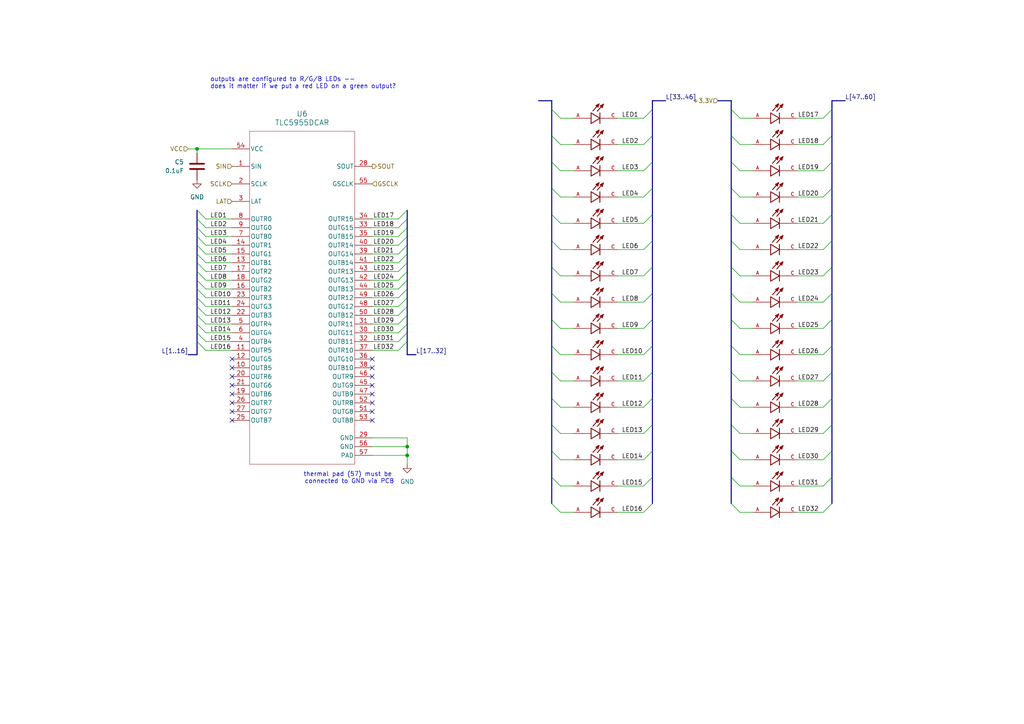
<source format=kicad_sch>
(kicad_sch (version 20231120) (generator "eeschema") (generator_version "8.0")
  (paper "A4")
  (lib_symbols
    (symbol "Device:C" (pin_numbers hide) (pin_names (offset 0.254))
      (property "Reference" "C" (at 0.635 2.54 0))
      (property "Value" "C" (at 0.635 -2.54 0))
      (symbol "C_0_1"
        (polyline (pts (xy -2.032 -0.762) (xy 2.032 -0.762)) (stroke (width 0.508)))
        (polyline (pts (xy -2.032 0.762) (xy 2.032 0.762)) (stroke (width 0.508)))
      )
      (symbol "C_1_1"
        (pin passive line (at 0 3.81 270) (length 2.794) (name "~") (number "1"))
        (pin passive line (at 0 -3.81 90) (length 2.794) (name "~") (number "2"))
      )
    )
    (symbol "LED 0603:LTST-C191KFKT" (pin_names (offset 1.016))
      (property "Reference" "D" (at -3.556 4.4958 0))
      (property "Value" "LTST-C191KFKT" (at -3.556 -3.302 0))
      (symbol "LTST-C191KFKT_0_0"
        (polyline (pts (xy -2.54 -1.524) (xy 0 0)) (stroke (width 0.254)))
        (polyline (pts (xy -2.54 0) (xy -5.08 0)) (stroke (width 0.1524)))
        (polyline (pts (xy -2.54 0) (xy -2.54 -1.524)) (stroke (width 0.254)))
        (polyline (pts (xy -2.54 1.524) (xy -2.54 0)) (stroke (width 0.254)))
        (polyline (pts (xy -1.1176 3.683) (xy -0.2286 4.1656)) (stroke (width 0.254)))
        (polyline (pts (xy -0.9398 3.6068) (xy -0.7112 3.7592)) (stroke (width 0.254)))
        (polyline (pts (xy -0.5588 3.2004) (xy -1.1176 3.683)) (stroke (width 0.254)))
        (polyline (pts (xy -0.5588 3.2004) (xy -0.5334 3.937)) (stroke (width 0.254)))
        (polyline (pts (xy -0.5334 3.937) (xy -0.6604 3.937)) (stroke (width 0.254)))
        (polyline (pts (xy -0.2286 4.1656) (xy -2.0066 2.1336)) (stroke (width 0.254)))
        (polyline (pts (xy -0.2286 4.1656) (xy -0.5588 3.2004)) (stroke (width 0.254)))
        (polyline (pts (xy 0 0) (xy -2.54 1.524)) (stroke (width 0.254)))
        (polyline (pts (xy 0 0) (xy 0 -1.524)) (stroke (width 0.254)))
        (polyline (pts (xy 0 1.524) (xy 0 0)) (stroke (width 0.254)))
        (polyline (pts (xy 0.127 3.5814) (xy 1.016 4.064)) (stroke (width 0.254)))
        (polyline (pts (xy 0.3048 3.5052) (xy 0.5334 3.6576)) (stroke (width 0.254)))
        (polyline (pts (xy 0.6858 3.0988) (xy 0.127 3.5814)) (stroke (width 0.254)))
        (polyline (pts (xy 0.6858 3.0988) (xy 0.7112 3.8354)) (stroke (width 0.254)))
        (polyline (pts (xy 0.7112 3.8354) (xy 0.5842 3.8354)) (stroke (width 0.254)))
        (polyline (pts (xy 1.016 4.064) (xy -0.762 2.032)) (stroke (width 0.254)))
        (polyline (pts (xy 1.016 4.064) (xy 0.6858 3.0988)) (stroke (width 0.254)))
        (polyline (pts (xy 2.54 0) (xy 0 0)) (stroke (width 0.1524)))
        (pin passive line (at -7.62 0 0) (length 2.54) (name "~") (number "A"))
        (pin passive line (at 5.08 0 180) (length 2.54) (name "~") (number "C"))
      )
    )
    (symbol "TLC5955:TLC5955DCAR" (pin_names (offset 0.254))
      (property "Reference" "U" (at 0 2.54 0))
      (property "Value" "TLC5955DCAR" (at 0 0 0))
      (symbol "TLC5955DCAR_0_1"
        (polyline (pts (xy -15.24 -48.26) (xy 15.24 -48.26)) (stroke (width 0.1016)))
        (polyline (pts (xy -15.24 48.26) (xy -15.24 -48.26)) (stroke (width 0.1016)))
        (polyline (pts (xy 15.24 -48.26) (xy 15.24 48.26)) (stroke (width 0.1016)))
        (polyline (pts (xy 15.24 48.26) (xy -15.24 48.26)) (stroke (width 0.1016)))
        (pin input line (at -20.32 38.1 0) (length 5.08) (name "SIN") (number "1"))
        (pin output line (at -20.32 -20.32 0) (length 5.08) (name "OUTB5") (number "10"))
        (pin output line (at -20.32 -15.24 0) (length 5.08) (name "OUTR5") (number "11"))
        (pin output line (at -20.32 -17.78 0) (length 5.08) (name "OUTG5") (number "12"))
        (pin output line (at -20.32 10.16 0) (length 5.08) (name "OUTB1") (number "13"))
        (pin output line (at -20.32 15.24 0) (length 5.08) (name "OUTR1") (number "14"))
        (pin output line (at -20.32 12.7 0) (length 5.08) (name "OUTG1") (number "15"))
        (pin output line (at -20.32 2.54 0) (length 5.08) (name "OUTB2") (number "16"))
        (pin output line (at -20.32 7.62 0) (length 5.08) (name "OUTR2") (number "17"))
        (pin output line (at -20.32 5.08 0) (length 5.08) (name "OUTG2") (number "18"))
        (pin output line (at -20.32 -27.94 0) (length 5.08) (name "OUTB6") (number "19"))
        (pin input line (at -20.32 33.02 0) (length 5.08) (name "SCLK") (number "2"))
        (pin output line (at -20.32 -22.86 0) (length 5.08) (name "OUTR6") (number "20"))
        (pin output line (at -20.32 -25.4 0) (length 5.08) (name "OUTG6") (number "21"))
        (pin output line (at -20.32 -5.08 0) (length 5.08) (name "OUTB3") (number "22"))
        (pin output line (at -20.32 0 0) (length 5.08) (name "OUTR3") (number "23"))
        (pin output line (at -20.32 -2.54 0) (length 5.08) (name "OUTG3") (number "24"))
        (pin output line (at -20.32 -35.56 0) (length 5.08) (name "OUTB7") (number "25"))
        (pin output line (at -20.32 -30.48 0) (length 5.08) (name "OUTR7") (number "26"))
        (pin output line (at -20.32 -33.02 0) (length 5.08) (name "OUTG7") (number "27"))
        (pin output line (at 20.32 38.1 180) (length 5.08) (name "SOUT") (number "28"))
        (pin power_in line (at 20.32 -40.64 180) (length 5.08) (name "GND") (number "29"))
        (pin input line (at -20.32 27.94 0) (length 5.08) (name "LAT") (number "3"))
        (pin output line (at 20.32 -10.16 180) (length 5.08) (name "OUTG11") (number "30"))
        (pin output line (at 20.32 -7.62 180) (length 5.08) (name "OUTR11") (number "31"))
        (pin output line (at 20.32 -12.7 180) (length 5.08) (name "OUTB11") (number "32"))
        (pin output line (at 20.32 20.32 180) (length 5.08) (name "OUTG15") (number "33"))
        (pin output line (at 20.32 22.86 180) (length 5.08) (name "OUTR15") (number "34"))
        (pin output line (at 20.32 17.78 180) (length 5.08) (name "OUTB15") (number "35"))
        (pin output line (at 20.32 -17.78 180) (length 5.08) (name "OUTG10") (number "36"))
        (pin output line (at 20.32 -15.24 180) (length 5.08) (name "OUTR10") (number "37"))
        (pin output line (at 20.32 -20.32 180) (length 5.08) (name "OUTB10") (number "38"))
        (pin output line (at 20.32 12.7 180) (length 5.08) (name "OUTG14") (number "39"))
        (pin output line (at -20.32 -12.7 0) (length 5.08) (name "OUTB4") (number "4"))
        (pin output line (at 20.32 15.24 180) (length 5.08) (name "OUTR14") (number "40"))
        (pin output line (at 20.32 10.16 180) (length 5.08) (name "OUTB14") (number "41"))
        (pin output line (at 20.32 5.08 180) (length 5.08) (name "OUTG13") (number "42"))
        (pin output line (at 20.32 7.62 180) (length 5.08) (name "OUTR13") (number "43"))
        (pin output line (at 20.32 2.54 180) (length 5.08) (name "OUTB13") (number "44"))
        (pin output line (at 20.32 -25.4 180) (length 5.08) (name "OUTG9") (number "45"))
        (pin output line (at 20.32 -22.86 180) (length 5.08) (name "OUTR9") (number "46"))
        (pin output line (at 20.32 -27.94 180) (length 5.08) (name "OUTB9") (number "47"))
        (pin output line (at 20.32 -2.54 180) (length 5.08) (name "OUTG12") (number "48"))
        (pin output line (at 20.32 0 180) (length 5.08) (name "OUTR12") (number "49"))
        (pin output line (at -20.32 -7.62 0) (length 5.08) (name "OUTR4") (number "5"))
        (pin output line (at 20.32 -5.08 180) (length 5.08) (name "OUTB12") (number "50"))
        (pin output line (at 20.32 -33.02 180) (length 5.08) (name "OUTG8") (number "51"))
        (pin output line (at 20.32 -30.48 180) (length 5.08) (name "OUTR8") (number "52"))
        (pin output line (at 20.32 -35.56 180) (length 5.08) (name "OUTB8") (number "53"))
        (pin power_in line (at -20.32 43.18 0) (length 5.08) (name "VCC") (number "54"))
        (pin input line (at 20.32 33.02 180) (length 5.08) (name "GSCLK") (number "55"))
        (pin power_in line (at 20.32 -43.18 180) (length 5.08) (name "GND") (number "56"))
        (pin power_in line (at 20.32 -45.72 180) (length 5.08) (name "PAD") (number "57"))
        (pin output line (at -20.32 -10.16 0) (length 5.08) (name "OUTG4") (number "6"))
        (pin output line (at -20.32 17.78 0) (length 5.08) (name "OUTB0") (number "7"))
        (pin output line (at -20.32 22.86 0) (length 5.08) (name "OUTR0") (number "8"))
        (pin output line (at -20.32 20.32 0) (length 5.08) (name "OUTG0") (number "9"))
      )
    )
    (symbol "power:GND" (power) (pin_numbers hide) (pin_names (offset 0) hide)
      (property "Value" "GND" (at 0 -3.81 0))
      (symbol "GND_0_1"
        (polyline (pts (xy 0 0) (xy 0 -1.27) (xy 1.27 -1.27) (xy 0 -2.54) (xy -1.27 -1.27) (xy 0 -1.27)))
      )
      (symbol "GND_1_1"
        (pin power_in line (at 0 0 270) (length 0) (name "~") (number "1"))
      )
    )
  )
  (junction (at 118.11 132.08))
  (junction (at 57.15 43.18))
  (junction (at 118.11 129.54))
  (no_connect (at 67.31 104.14))
  (no_connect (at 107.95 116.84))
  (no_connect (at 107.95 121.92))
  (no_connect (at 67.31 109.22))
  (no_connect (at 67.31 114.3))
  (no_connect (at 107.95 114.3))
  (no_connect (at 67.31 106.68))
  (no_connect (at 107.95 111.76))
  (no_connect (at 67.31 121.92))
  (no_connect (at 67.31 119.38))
  (no_connect (at 107.95 119.38))
  (no_connect (at 107.95 104.14))
  (no_connect (at 107.95 109.22))
  (no_connect (at 67.31 116.84))
  (no_connect (at 107.95 106.68))
  (no_connect (at 67.31 111.76))
  (bus_entry (at 57.15 96.52) (size 2.54 2.54))
  (bus_entry (at 118.11 66.04) (size -2.54 2.54))
  (bus_entry (at 241.3 39.37) (size -2.54 2.54))
  (bus_entry (at 57.15 81.28) (size 2.54 2.54))
  (bus_entry (at 118.11 68.58) (size -2.54 2.54))
  (bus_entry (at 118.11 91.44) (size -2.54 2.54))
  (bus_entry (at 57.15 60.96) (size 2.54 2.54))
  (bus_entry (at 118.11 71.12) (size -2.54 2.54))
  (bus_entry (at 118.11 78.74) (size -2.54 2.54))
  (bus_entry (at 189.23 54.61) (size -2.54 2.54))
  (bus_entry (at 189.23 130.81) (size -2.54 2.54))
  (bus_entry (at 241.3 85.09) (size -2.54 2.54))
  (bus_entry (at 118.11 60.96) (size -2.54 2.54))
  (bus_entry (at 160.02 69.85) (size 2.54 2.54))
  (bus_entry (at 57.15 86.36) (size 2.54 2.54))
  (bus_entry (at 160.02 77.47) (size 2.54 2.54))
  (bus_entry (at 212.09 54.61) (size 2.54 2.54))
  (bus_entry (at 189.23 62.23) (size -2.54 2.54))
  (bus_entry (at 241.3 130.81) (size -2.54 2.54))
  (bus_entry (at 189.23 100.33) (size -2.54 2.54))
  (bus_entry (at 212.09 62.23) (size 2.54 2.54))
  (bus_entry (at 212.09 46.99) (size 2.54 2.54))
  (bus_entry (at 57.15 88.9) (size 2.54 2.54))
  (bus_entry (at 160.02 92.71) (size 2.54 2.54))
  (bus_entry (at 241.3 62.23) (size -2.54 2.54))
  (bus_entry (at 212.09 92.71) (size 2.54 2.54))
  (bus_entry (at 212.09 100.33) (size 2.54 2.54))
  (bus_entry (at 189.23 138.43) (size -2.54 2.54))
  (bus_entry (at 118.11 88.9) (size -2.54 2.54))
  (bus_entry (at 241.3 46.99) (size -2.54 2.54))
  (bus_entry (at 118.11 83.82) (size -2.54 2.54))
  (bus_entry (at 118.11 81.28) (size -2.54 2.54))
  (bus_entry (at 189.23 46.99) (size -2.54 2.54))
  (bus_entry (at 189.23 107.95) (size -2.54 2.54))
  (bus_entry (at 189.23 31.75) (size -2.54 2.54))
  (bus_entry (at 57.15 93.98) (size 2.54 2.54))
  (bus_entry (at 160.02 107.95) (size 2.54 2.54))
  (bus_entry (at 189.23 146.05) (size -2.54 2.54))
  (bus_entry (at 241.3 146.05) (size -2.54 2.54))
  (bus_entry (at 241.3 115.57) (size -2.54 2.54))
  (bus_entry (at 160.02 115.57) (size 2.54 2.54))
  (bus_entry (at 189.23 77.47) (size -2.54 2.54))
  (bus_entry (at 118.11 96.52) (size -2.54 2.54))
  (bus_entry (at 160.02 130.81) (size 2.54 2.54))
  (bus_entry (at 212.09 77.47) (size 2.54 2.54))
  (bus_entry (at 241.3 92.71) (size -2.54 2.54))
  (bus_entry (at 57.15 76.2) (size 2.54 2.54))
  (bus_entry (at 212.09 115.57) (size 2.54 2.54))
  (bus_entry (at 189.23 69.85) (size -2.54 2.54))
  (bus_entry (at 160.02 31.75) (size 2.54 2.54))
  (bus_entry (at 160.02 54.61) (size 2.54 2.54))
  (bus_entry (at 118.11 63.5) (size -2.54 2.54))
  (bus_entry (at 160.02 46.99) (size 2.54 2.54))
  (bus_entry (at 118.11 73.66) (size -2.54 2.54))
  (bus_entry (at 241.3 138.43) (size -2.54 2.54))
  (bus_entry (at 212.09 138.43) (size 2.54 2.54))
  (bus_entry (at 212.09 39.37) (size 2.54 2.54))
  (bus_entry (at 212.09 31.75) (size 2.54 2.54))
  (bus_entry (at 189.23 115.57) (size -2.54 2.54))
  (bus_entry (at 118.11 99.06) (size -2.54 2.54))
  (bus_entry (at 212.09 69.85) (size 2.54 2.54))
  (bus_entry (at 160.02 123.19) (size 2.54 2.54))
  (bus_entry (at 212.09 130.81) (size 2.54 2.54))
  (bus_entry (at 241.3 107.95) (size -2.54 2.54))
  (bus_entry (at 189.23 92.71) (size -2.54 2.54))
  (bus_entry (at 57.15 68.58) (size 2.54 2.54))
  (bus_entry (at 212.09 107.95) (size 2.54 2.54))
  (bus_entry (at 212.09 146.05) (size 2.54 2.54))
  (bus_entry (at 241.3 77.47) (size -2.54 2.54))
  (bus_entry (at 160.02 39.37) (size 2.54 2.54))
  (bus_entry (at 160.02 62.23) (size 2.54 2.54))
  (bus_entry (at 118.11 76.2) (size -2.54 2.54))
  (bus_entry (at 57.15 66.04) (size 2.54 2.54))
  (bus_entry (at 57.15 71.12) (size 2.54 2.54))
  (bus_entry (at 189.23 39.37) (size -2.54 2.54))
  (bus_entry (at 57.15 83.82) (size 2.54 2.54))
  (bus_entry (at 57.15 91.44) (size 2.54 2.54))
  (bus_entry (at 241.3 123.19) (size -2.54 2.54))
  (bus_entry (at 118.11 93.98) (size -2.54 2.54))
  (bus_entry (at 241.3 54.61) (size -2.54 2.54))
  (bus_entry (at 118.11 86.36) (size -2.54 2.54))
  (bus_entry (at 241.3 69.85) (size -2.54 2.54))
  (bus_entry (at 212.09 85.09) (size 2.54 2.54))
  (bus_entry (at 241.3 31.75) (size -2.54 2.54))
  (bus_entry (at 160.02 100.33) (size 2.54 2.54))
  (bus_entry (at 57.15 99.06) (size 2.54 2.54))
  (bus_entry (at 189.23 85.09) (size -2.54 2.54))
  (bus_entry (at 57.15 63.5) (size 2.54 2.54))
  (bus_entry (at 189.23 123.19) (size -2.54 2.54))
  (bus_entry (at 160.02 85.09) (size 2.54 2.54))
  (bus_entry (at 57.15 73.66) (size 2.54 2.54))
  (bus_entry (at 160.02 138.43) (size 2.54 2.54))
  (bus_entry (at 57.15 78.74) (size 2.54 2.54))
  (bus_entry (at 241.3 100.33) (size -2.54 2.54))
  (bus_entry (at 160.02 146.05) (size 2.54 2.54))
  (bus_entry (at 212.09 123.19) (size 2.54 2.54))
  (wire (pts (xy 118.11 132.08) (xy 118.11 134.62)))
  (wire (pts (xy 214.63 118.11) (xy 218.44 118.11)))
  (bus (pts (xy 241.3 130.81) (xy 241.3 138.43)))
  (bus (pts (xy 189.23 100.33) (xy 189.23 107.95)))
  (wire (pts (xy 59.69 63.5) (xy 67.31 63.5)))
  (wire (pts (xy 107.95 68.58) (xy 115.57 68.58)))
  (wire (pts (xy 179.07 148.59) (xy 186.69 148.59)))
  (bus (pts (xy 212.09 138.43) (xy 212.09 130.81)))
  (bus (pts (xy 118.11 73.66) (xy 118.11 76.2)))
  (wire (pts (xy 59.69 73.66) (xy 67.31 73.66)))
  (wire (pts (xy 214.63 80.01) (xy 218.44 80.01)))
  (wire (pts (xy 115.57 63.5) (xy 107.95 63.5)))
  (bus (pts (xy 241.3 115.57) (xy 241.3 123.19)))
  (bus (pts (xy 189.23 39.37) (xy 189.23 46.99)))
  (bus (pts (xy 241.3 92.71) (xy 241.3 100.33)))
  (bus (pts (xy 57.15 88.9) (xy 57.15 91.44)))
  (wire (pts (xy 179.07 133.35) (xy 186.69 133.35)))
  (wire (pts (xy 231.14 133.35) (xy 238.76 133.35)))
  (wire (pts (xy 118.11 129.54) (xy 118.11 132.08)))
  (bus (pts (xy 212.09 54.61) (xy 212.09 46.99)))
  (bus (pts (xy 189.23 130.81) (xy 189.23 138.43)))
  (wire (pts (xy 107.95 127) (xy 118.11 127)))
  (bus (pts (xy 118.11 76.2) (xy 118.11 78.74)))
  (wire (pts (xy 214.63 140.97) (xy 218.44 140.97)))
  (bus (pts (xy 212.09 46.99) (xy 212.09 39.37)))
  (wire (pts (xy 214.63 125.73) (xy 218.44 125.73)))
  (wire (pts (xy 107.95 96.52) (xy 115.57 96.52)))
  (wire (pts (xy 59.69 101.6) (xy 67.31 101.6)))
  (wire (pts (xy 214.63 41.91) (xy 218.44 41.91)))
  (bus (pts (xy 212.09 123.19) (xy 212.09 115.57)))
  (bus (pts (xy 160.02 77.47) (xy 160.02 69.85)))
  (bus (pts (xy 118.11 66.04) (xy 118.11 68.58)))
  (wire (pts (xy 231.14 64.77) (xy 238.76 64.77)))
  (wire (pts (xy 162.56 41.91) (xy 166.37 41.91)))
  (bus (pts (xy 57.15 68.58) (xy 57.15 71.12)))
  (bus (pts (xy 160.02 146.05) (xy 160.02 138.43)))
  (wire (pts (xy 231.14 140.97) (xy 238.76 140.97)))
  (wire (pts (xy 214.63 133.35) (xy 218.44 133.35)))
  (bus (pts (xy 120.65 102.87) (xy 118.11 102.87)))
  (bus (pts (xy 118.11 81.28) (xy 118.11 83.82)))
  (bus (pts (xy 189.23 138.43) (xy 189.23 146.05)))
  (bus (pts (xy 189.23 29.21) (xy 189.23 31.75)))
  (wire (pts (xy 59.69 96.52) (xy 67.31 96.52)))
  (bus (pts (xy 160.02 123.19) (xy 160.02 115.57)))
  (wire (pts (xy 107.95 73.66) (xy 115.57 73.66)))
  (wire (pts (xy 238.76 34.29) (xy 231.14 34.29)))
  (wire (pts (xy 214.63 72.39) (xy 218.44 72.39)))
  (wire (pts (xy 214.63 110.49) (xy 218.44 110.49)))
  (bus (pts (xy 241.3 31.75) (xy 241.3 39.37)))
  (wire (pts (xy 107.95 81.28) (xy 115.57 81.28)))
  (bus (pts (xy 160.02 31.75) (xy 160.02 29.21)))
  (bus (pts (xy 241.3 77.47) (xy 241.3 85.09)))
  (bus (pts (xy 189.23 31.75) (xy 189.23 39.37)))
  (wire (pts (xy 179.07 41.91) (xy 186.69 41.91)))
  (bus (pts (xy 189.23 54.61) (xy 189.23 62.23)))
  (wire (pts (xy 162.56 57.15) (xy 166.37 57.15)))
  (bus (pts (xy 212.09 77.47) (xy 212.09 69.85)))
  (bus (pts (xy 57.15 93.98) (xy 57.15 96.52)))
  (wire (pts (xy 107.95 66.04) (xy 115.57 66.04)))
  (bus (pts (xy 241.3 69.85) (xy 241.3 77.47)))
  (bus (pts (xy 57.15 81.28) (xy 57.15 83.82)))
  (wire (pts (xy 107.95 71.12) (xy 115.57 71.12)))
  (wire (pts (xy 59.69 78.74) (xy 67.31 78.74)))
  (wire (pts (xy 231.14 80.01) (xy 238.76 80.01)))
  (bus (pts (xy 241.3 29.21) (xy 245.11 29.21)))
  (bus (pts (xy 160.02 62.23) (xy 160.02 54.61)))
  (wire (pts (xy 107.95 78.74) (xy 115.57 78.74)))
  (bus (pts (xy 57.15 60.96) (xy 57.15 63.5)))
  (bus (pts (xy 57.15 99.06) (xy 57.15 102.87)))
  (bus (pts (xy 160.02 69.85) (xy 160.02 62.23)))
  (bus (pts (xy 189.23 115.57) (xy 189.23 123.19)))
  (bus (pts (xy 208.28 29.21) (xy 212.09 29.21)))
  (wire (pts (xy 107.95 132.08) (xy 118.11 132.08)))
  (bus (pts (xy 118.11 96.52) (xy 118.11 99.06)))
  (bus (pts (xy 118.11 88.9) (xy 118.11 91.44)))
  (wire (pts (xy 162.56 125.73) (xy 166.37 125.73)))
  (wire (pts (xy 107.95 88.9) (xy 115.57 88.9)))
  (bus (pts (xy 160.02 85.09) (xy 160.02 77.47)))
  (bus (pts (xy 57.15 73.66) (xy 57.15 76.2)))
  (bus (pts (xy 54.61 102.87) (xy 57.15 102.87)))
  (wire (pts (xy 107.95 93.98) (xy 115.57 93.98)))
  (wire (pts (xy 179.07 34.29) (xy 186.69 34.29)))
  (wire (pts (xy 107.95 83.82) (xy 115.57 83.82)))
  (bus (pts (xy 241.3 54.61) (xy 241.3 62.23)))
  (wire (pts (xy 214.63 57.15) (xy 218.44 57.15)))
  (wire (pts (xy 59.69 81.28) (xy 67.31 81.28)))
  (wire (pts (xy 214.63 64.77) (xy 218.44 64.77)))
  (wire (pts (xy 214.63 148.59) (xy 218.44 148.59)))
  (bus (pts (xy 57.15 66.04) (xy 57.15 68.58)))
  (wire (pts (xy 179.07 49.53) (xy 186.69 49.53)))
  (bus (pts (xy 212.09 85.09) (xy 212.09 77.47)))
  (wire (pts (xy 231.14 87.63) (xy 238.76 87.63)))
  (wire (pts (xy 231.14 72.39) (xy 238.76 72.39)))
  (wire (pts (xy 162.56 148.59) (xy 166.37 148.59)))
  (wire (pts (xy 231.14 57.15) (xy 238.76 57.15)))
  (wire (pts (xy 57.15 43.18) (xy 67.31 43.18)))
  (bus (pts (xy 189.23 85.09) (xy 189.23 92.71)))
  (wire (pts (xy 162.56 110.49) (xy 166.37 110.49)))
  (bus (pts (xy 189.23 29.21) (xy 193.04 29.21)))
  (wire (pts (xy 179.07 80.01) (xy 186.69 80.01)))
  (wire (pts (xy 231.14 95.25) (xy 238.76 95.25)))
  (wire (pts (xy 162.56 49.53) (xy 166.37 49.53)))
  (bus (pts (xy 118.11 99.06) (xy 118.11 102.87)))
  (bus (pts (xy 160.02 138.43) (xy 160.02 130.81)))
  (wire (pts (xy 162.56 102.87) (xy 166.37 102.87)))
  (wire (pts (xy 59.69 68.58) (xy 67.31 68.58)))
  (bus (pts (xy 241.3 107.95) (xy 241.3 115.57)))
  (wire (pts (xy 107.95 91.44) (xy 115.57 91.44)))
  (bus (pts (xy 241.3 123.19) (xy 241.3 130.81)))
  (bus (pts (xy 241.3 138.43) (xy 241.3 146.05)))
  (bus (pts (xy 118.11 93.98) (xy 118.11 96.52)))
  (wire (pts (xy 231.14 102.87) (xy 238.76 102.87)))
  (wire (pts (xy 179.07 87.63) (xy 186.69 87.63)))
  (bus (pts (xy 212.09 146.05) (xy 212.09 138.43)))
  (bus (pts (xy 118.11 71.12) (xy 118.11 73.66)))
  (bus (pts (xy 160.02 115.57) (xy 160.02 107.95)))
  (wire (pts (xy 107.95 76.2) (xy 115.57 76.2)))
  (wire (pts (xy 231.14 118.11) (xy 238.76 118.11)))
  (wire (pts (xy 162.56 34.29) (xy 166.37 34.29)))
  (wire (pts (xy 107.95 101.6) (xy 115.57 101.6)))
  (wire (pts (xy 162.56 80.01) (xy 166.37 80.01)))
  (wire (pts (xy 59.69 66.04) (xy 67.31 66.04)))
  (wire (pts (xy 59.69 91.44) (xy 67.31 91.44)))
  (bus (pts (xy 160.02 46.99) (xy 160.02 39.37)))
  (wire (pts (xy 162.56 140.97) (xy 166.37 140.97)))
  (wire (pts (xy 59.69 71.12) (xy 67.31 71.12)))
  (wire (pts (xy 59.69 88.9) (xy 67.31 88.9)))
  (wire (pts (xy 179.07 57.15) (xy 186.69 57.15)))
  (bus (pts (xy 241.3 29.21) (xy 241.3 31.75)))
  (bus (pts (xy 212.09 100.33) (xy 212.09 92.71)))
  (wire (pts (xy 214.63 87.63) (xy 218.44 87.63)))
  (wire (pts (xy 54.61 43.18) (xy 57.15 43.18)))
  (bus (pts (xy 189.23 92.71) (xy 189.23 100.33)))
  (bus (pts (xy 160.02 100.33) (xy 160.02 92.71)))
  (bus (pts (xy 212.09 62.23) (xy 212.09 54.61)))
  (wire (pts (xy 162.56 95.25) (xy 166.37 95.25)))
  (wire (pts (xy 59.69 76.2) (xy 67.31 76.2)))
  (wire (pts (xy 231.14 125.73) (xy 238.76 125.73)))
  (bus (pts (xy 160.02 92.71) (xy 160.02 85.09)))
  (bus (pts (xy 57.15 63.5) (xy 57.15 66.04)))
  (bus (pts (xy 57.15 76.2) (xy 57.15 78.74)))
  (bus (pts (xy 212.09 39.37) (xy 212.09 31.75)))
  (bus (pts (xy 189.23 123.19) (xy 189.23 130.81)))
  (bus (pts (xy 160.02 54.61) (xy 160.02 46.99)))
  (wire (pts (xy 214.63 102.87) (xy 218.44 102.87)))
  (wire (pts (xy 179.07 64.77) (xy 186.69 64.77)))
  (bus (pts (xy 241.3 85.09) (xy 241.3 92.71)))
  (wire (pts (xy 59.69 93.98) (xy 67.31 93.98)))
  (bus (pts (xy 160.02 130.81) (xy 160.02 123.19)))
  (bus (pts (xy 118.11 86.36) (xy 118.11 88.9)))
  (bus (pts (xy 57.15 91.44) (xy 57.15 93.98)))
  (wire (pts (xy 162.56 133.35) (xy 166.37 133.35)))
  (bus (pts (xy 212.09 92.71) (xy 212.09 85.09)))
  (bus (pts (xy 118.11 91.44) (xy 118.11 93.98)))
  (bus (pts (xy 189.23 69.85) (xy 189.23 77.47)))
  (wire (pts (xy 214.63 49.53) (xy 218.44 49.53)))
  (bus (pts (xy 241.3 39.37) (xy 241.3 46.99)))
  (wire (pts (xy 107.95 99.06) (xy 115.57 99.06)))
  (bus (pts (xy 57.15 96.52) (xy 57.15 99.06)))
  (bus (pts (xy 118.11 63.5) (xy 118.11 66.04)))
  (bus (pts (xy 212.09 115.57) (xy 212.09 107.95)))
  (bus (pts (xy 57.15 83.82) (xy 57.15 86.36)))
  (bus (pts (xy 241.3 46.99) (xy 241.3 54.61)))
  (wire (pts (xy 162.56 72.39) (xy 166.37 72.39)))
  (wire (pts (xy 162.56 118.11) (xy 166.37 118.11)))
  (wire (pts (xy 214.63 34.29) (xy 218.44 34.29)))
  (bus (pts (xy 160.02 39.37) (xy 160.02 31.75)))
  (wire (pts (xy 107.95 86.36) (xy 115.57 86.36)))
  (wire (pts (xy 162.56 64.77) (xy 166.37 64.77)))
  (wire (pts (xy 57.15 43.18) (xy 57.15 44.45)))
  (bus (pts (xy 189.23 77.47) (xy 189.23 85.09)))
  (bus (pts (xy 212.09 107.95) (xy 212.09 100.33)))
  (wire (pts (xy 214.63 95.25) (xy 218.44 95.25)))
  (wire (pts (xy 179.07 72.39) (xy 186.69 72.39)))
  (wire (pts (xy 179.07 110.49) (xy 186.69 110.49)))
  (bus (pts (xy 241.3 62.23) (xy 241.3 69.85)))
  (wire (pts (xy 59.69 99.06) (xy 67.31 99.06)))
  (wire (pts (xy 231.14 148.59) (xy 238.76 148.59)))
  (wire (pts (xy 179.07 125.73) (xy 186.69 125.73)))
  (bus (pts (xy 212.09 130.81) (xy 212.09 123.19)))
  (wire (pts (xy 179.07 140.97) (xy 186.69 140.97)))
  (bus (pts (xy 118.11 83.82) (xy 118.11 86.36)))
  (wire (pts (xy 107.95 129.54) (xy 118.11 129.54)))
  (bus (pts (xy 241.3 100.33) (xy 241.3 107.95)))
  (bus (pts (xy 118.11 68.58) (xy 118.11 71.12)))
  (bus (pts (xy 57.15 78.74) (xy 57.15 81.28)))
  (bus (pts (xy 212.09 31.75) (xy 212.09 29.21)))
  (bus (pts (xy 118.11 78.74) (xy 118.11 81.28)))
  (wire (pts (xy 231.14 49.53) (xy 238.76 49.53)))
  (wire (pts (xy 231.14 110.49) (xy 238.76 110.49)))
  (wire (pts (xy 59.69 86.36) (xy 67.31 86.36)))
  (bus (pts (xy 189.23 46.99) (xy 189.23 54.61)))
  (bus (pts (xy 57.15 71.12) (xy 57.15 73.66)))
  (wire (pts (xy 179.07 118.11) (xy 186.69 118.11)))
  (wire (pts (xy 162.56 87.63) (xy 166.37 87.63)))
  (bus (pts (xy 118.11 60.96) (xy 118.11 63.5)))
  (bus (pts (xy 212.09 69.85) (xy 212.09 62.23)))
  (wire (pts (xy 231.14 41.91) (xy 238.76 41.91)))
  (wire (pts (xy 179.07 95.25) (xy 186.69 95.25)))
  (bus (pts (xy 189.23 62.23) (xy 189.23 69.85)))
  (bus (pts (xy 189.23 107.95) (xy 189.23 115.57)))
  (bus (pts (xy 57.15 86.36) (xy 57.15 88.9)))
  (wire (pts (xy 179.07 102.87) (xy 186.69 102.87)))
  (wire (pts (xy 59.69 83.82) (xy 67.31 83.82)))
  (bus (pts (xy 160.02 107.95) (xy 160.02 100.33)))
  (bus (pts (xy 156.21 29.21) (xy 160.02 29.21)))
  (wire (pts (xy 118.11 127) (xy 118.11 129.54)))
  (text "outputs are configured to R/G/B LEDs -- \ndoes it matter if we put a red LED on a green output?" (at 60.96 24.13 0) (effects (font (size 1.27 1.27)) (justify left)))
  (text "thermal pad (57) must be \nconnected to GND via PCB" (at 101.346 138.684 0) (effects (font (size 1.27 1.27))))
  (label "LED30" (at 114.3 96.52 180))
  (label "LED19" (at 237.49 49.53 180))
  (label "LED20" (at 114.3 71.12 180))
  (label "LED8" (at 180.34 87.63 0))
  (label "LED18" (at 114.3 66.04 180))
  (label "LED25" (at 237.49 95.25 180))
  (label "L[17..32]" (at 120.65 102.87 0))
  (label "LED27" (at 114.3 88.9 180))
  (label "LED4" (at 60.96 71.12 0))
  (label "LED8" (at 60.96 81.28 0))
  (label "LED32" (at 237.49 148.59 180))
  (label "LED29" (at 237.49 125.73 180))
  (label "LED22" (at 237.49 72.39 180))
  (label "LED20" (at 237.49 57.15 180))
  (label "LED21" (at 114.3 73.66 180))
  (label "LED21" (at 237.49 64.77 180))
  (label "LED19" (at 114.3 68.58 180))
  (label "LED24" (at 237.49 87.63 180))
  (label "LED10" (at 60.96 86.36 0))
  (label "LED16" (at 180.34 148.59 0))
  (label "LED15" (at 60.96 99.06 0))
  (label "LED24" (at 114.3 81.28 180))
  (label "LED22" (at 114.3 76.2 180))
  (label "L[47..60]" (at 245.11 29.21 0))
  (label "LED11" (at 180.34 110.49 0))
  (label "LED10" (at 180.34 102.87 0))
  (label "LED6" (at 60.96 76.2 0))
  (label "LED23" (at 114.3 78.74 180))
  (label "LED29" (at 114.3 93.98 180))
  (label "LED2" (at 180.34 41.91 0))
  (label "LED15" (at 180.34 140.97 0))
  (label "LED11" (at 60.96 88.9 0))
  (label "LED14" (at 180.34 133.35 0))
  (label "LED9" (at 180.34 95.25 0))
  (label "LED5" (at 60.96 73.66 0))
  (label "LED14" (at 60.96 96.52 0))
  (label "LED17" (at 114.3 63.5 180))
  (label "LED31" (at 114.3 99.06 180))
  (label "L[33..46]" (at 193.04 29.21 0))
  (label "LED7" (at 60.96 78.74 0))
  (label "LED30" (at 237.49 133.35 180))
  (label "LED1" (at 180.34 34.29 0))
  (label "LED32" (at 114.3 101.6 180))
  (label "LED18" (at 237.49 41.91 180))
  (label "LED28" (at 114.3 91.44 180))
  (label "LED12" (at 60.96 91.44 0))
  (label "LED1" (at 60.96 63.5 0))
  (label "LED23" (at 237.49 80.01 180))
  (label "LED17" (at 237.49 34.29 180))
  (label "LED13" (at 60.96 93.98 0))
  (label "LED28" (at 237.49 118.11 180))
  (label "LED31" (at 237.49 140.97 180))
  (label "LED12" (at 180.34 118.11 0))
  (label "LED9" (at 60.96 83.82 0))
  (label "LED26" (at 237.49 102.87 180))
  (label "LED26" (at 114.3 86.36 180))
  (label "LED25" (at 114.3 83.82 180))
  (label "LED3" (at 60.96 68.58 0))
  (label "LED27" (at 237.49 110.49 180))
  (label "LED4" (at 180.34 57.15 0))
  (label "L[1..16]" (at 54.61 102.87 180))
  (label "LED13" (at 180.34 125.73 0))
  (label "LED5" (at 180.34 64.77 0))
  (label "LED7" (at 180.34 80.01 0))
  (label "LED6" (at 180.34 72.39 0))
  (label "LED16" (at 60.96 101.6 0))
  (label "LED2" (at 60.96 66.04 0))
  (label "LED3" (at 180.34 49.53 0))
  (hierarchical_label "SOUT" (shape output) (at 107.95 48.26 0))
  (hierarchical_label "VCC" (shape input) (at 54.61 43.18 180))
  (hierarchical_label "LAT" (shape input) (at 67.31 58.42 180))
  (hierarchical_label "+3.3V" (shape input) (at 208.28 29.21 180))
  (hierarchical_label "SIN" (shape input) (at 67.31 48.26 180))
  (hierarchical_label "SCLK" (shape input) (at 67.31 53.34 180))
  (hierarchical_label "GSCLK" (shape input) (at 107.95 53.34 0))
  (symbol (lib_id "LED 0603:LTST-C191KFKT") (at 226.06 148.59 0) (unit 1)
    (property "Reference" "D140" (effects (hide yes)))
    (property "Value" "LTST-C191KFKT" (effects (hide yes)))
    (property "Footprint" "LTST-C191KFKT:LEDC1608X55N" (effects (hide yes)))
    (property "PARTREV" "Rev. H" (effects (hide yes)))
    (property "MANUFACTURER" "Lite-On Inc." (effects (hide yes)))
    (property "MAXIMUM_PACKAGE_HEIGHT" "0.65 mm" (effects (hide yes)))
    (property "STANDARD" "IPC-7351B" (effects (hide yes)))
  )
  (symbol (lib_id "LED 0603:LTST-C191KFKT") (at 173.99 80.01 0) (unit 1)
    (property "Reference" "D115" (effects (hide yes)))
    (property "Value" "LTST-C191KFKT" (effects (hide yes)))
    (property "Footprint" "LTST-C191KFKT:LEDC1608X55N" (effects (hide yes)))
    (property "PARTREV" "Rev. H" (effects (hide yes)))
    (property "MANUFACTURER" "Lite-On Inc." (effects (hide yes)))
    (property "MAXIMUM_PACKAGE_HEIGHT" "0.65 mm" (effects (hide yes)))
    (property "STANDARD" "IPC-7351B" (effects (hide yes)))
  )
  (symbol (lib_id "LED 0603:LTST-C191KFKT") (at 173.99 140.97 0) (unit 1)
    (property "Reference" "D123" (effects (hide yes)))
    (property "Value" "LTST-C191KFKT" (effects (hide yes)))
    (property "Footprint" "LTST-C191KFKT:LEDC1608X55N" (effects (hide yes)))
    (property "PARTREV" "Rev. H" (effects (hide yes)))
    (property "MANUFACTURER" "Lite-On Inc." (effects (hide yes)))
    (property "MAXIMUM_PACKAGE_HEIGHT" "0.65 mm" (effects (hide yes)))
    (property "STANDARD" "IPC-7351B" (effects (hide yes)))
  )
  (symbol (lib_id "LED 0603:LTST-C191KFKT") (at 226.06 95.25 0) (unit 1)
    (property "Reference" "D133" (effects (hide yes)))
    (property "Value" "LTST-C191KFKT" (effects (hide yes)))
    (property "Footprint" "LTST-C191KFKT:LEDC1608X55N" (effects (hide yes)))
    (property "PARTREV" "Rev. H" (effects (hide yes)))
    (property "MANUFACTURER" "Lite-On Inc." (effects (hide yes)))
    (property "MAXIMUM_PACKAGE_HEIGHT" "0.65 mm" (effects (hide yes)))
    (property "STANDARD" "IPC-7351B" (effects (hide yes)))
  )
  (symbol (lib_id "LED 0603:LTST-C191KFKT") (at 173.99 72.39 0) (unit 1)
    (property "Reference" "D114" (effects (hide yes)))
    (property "Value" "LTST-C191KFKT" (effects (hide yes)))
    (property "Footprint" "LTST-C191KFKT:LEDC1608X55N" (effects (hide yes)))
    (property "PARTREV" "Rev. H" (effects (hide yes)))
    (property "MANUFACTURER" "Lite-On Inc." (effects (hide yes)))
    (property "MAXIMUM_PACKAGE_HEIGHT" "0.65 mm" (effects (hide yes)))
    (property "STANDARD" "IPC-7351B" (effects (hide yes)))
  )
  (symbol (lib_id "LED 0603:LTST-C191KFKT") (at 226.06 102.87 0) (unit 1)
    (property "Reference" "D134" (effects (hide yes)))
    (property "Value" "LTST-C191KFKT" (effects (hide yes)))
    (property "Footprint" "LTST-C191KFKT:LEDC1608X55N" (effects (hide yes)))
    (property "PARTREV" "Rev. H" (effects (hide yes)))
    (property "MANUFACTURER" "Lite-On Inc." (effects (hide yes)))
    (property "MAXIMUM_PACKAGE_HEIGHT" "0.65 mm" (effects (hide yes)))
    (property "STANDARD" "IPC-7351B" (effects (hide yes)))
  )
  (symbol (lib_id "LED 0603:LTST-C191KFKT") (at 226.06 140.97 0) (unit 1)
    (property "Reference" "D139" (effects (hide yes)))
    (property "Value" "LTST-C191KFKT" (effects (hide yes)))
    (property "Footprint" "LTST-C191KFKT:LEDC1608X55N" (effects (hide yes)))
    (property "PARTREV" "Rev. H" (effects (hide yes)))
    (property "MANUFACTURER" "Lite-On Inc." (effects (hide yes)))
    (property "MAXIMUM_PACKAGE_HEIGHT" "0.65 mm" (effects (hide yes)))
    (property "STANDARD" "IPC-7351B" (effects (hide yes)))
  )
  (symbol (lib_id "LED 0603:LTST-C191KFKT") (at 226.06 110.49 0) (unit 1)
    (property "Reference" "D135" (effects (hide yes)))
    (property "Value" "LTST-C191KFKT" (effects (hide yes)))
    (property "Footprint" "LTST-C191KFKT:LEDC1608X55N" (effects (hide yes)))
    (property "PARTREV" "Rev. H" (effects (hide yes)))
    (property "MANUFACTURER" "Lite-On Inc." (effects (hide yes)))
    (property "MAXIMUM_PACKAGE_HEIGHT" "0.65 mm" (effects (hide yes)))
    (property "STANDARD" "IPC-7351B" (effects (hide yes)))
  )
  (symbol (lib_id "LED 0603:LTST-C191KFKT") (at 226.06 41.91 0) (unit 1)
    (property "Reference" "D126" (effects (hide yes)))
    (property "Value" "LTST-C191KFKT" (effects (hide yes)))
    (property "Footprint" "LTST-C191KFKT:LEDC1608X55N" (effects (hide yes)))
    (property "PARTREV" "Rev. H" (effects (hide yes)))
    (property "MANUFACTURER" "Lite-On Inc." (effects (hide yes)))
    (property "MAXIMUM_PACKAGE_HEIGHT" "0.65 mm" (effects (hide yes)))
    (property "STANDARD" "IPC-7351B" (effects (hide yes)))
  )
  (symbol (lib_id "LED 0603:LTST-C191KFKT") (at 173.99 41.91 0) (unit 1)
    (property "Reference" "D110" (effects (hide yes)))
    (property "Value" "LTST-C191KFKT" (effects (hide yes)))
    (property "Footprint" "LTST-C191KFKT:LEDC1608X55N" (effects (hide yes)))
    (property "PARTREV" "Rev. H" (effects (hide yes)))
    (property "MANUFACTURER" "Lite-On Inc." (effects (hide yes)))
    (property "MAXIMUM_PACKAGE_HEIGHT" "0.65 mm" (effects (hide yes)))
    (property "STANDARD" "IPC-7351B" (effects (hide yes)))
  )
  (symbol (lib_id "LED 0603:LTST-C191KFKT") (at 173.99 87.63 0) (unit 1)
    (property "Reference" "D116" (effects (hide yes)))
    (property "Value" "LTST-C191KFKT" (effects (hide yes)))
    (property "Footprint" "LTST-C191KFKT:LEDC1608X55N" (effects (hide yes)))
    (property "PARTREV" "Rev. H" (effects (hide yes)))
    (property "MANUFACTURER" "Lite-On Inc." (effects (hide yes)))
    (property "MAXIMUM_PACKAGE_HEIGHT" "0.65 mm" (effects (hide yes)))
    (property "STANDARD" "IPC-7351B" (effects (hide yes)))
  )
  (symbol (lib_id "LED 0603:LTST-C191KFKT") (at 226.06 125.73 0) (unit 1)
    (property "Reference" "D137" (effects (hide yes)))
    (property "Value" "LTST-C191KFKT" (effects (hide yes)))
    (property "Footprint" "LTST-C191KFKT:LEDC1608X55N" (effects (hide yes)))
    (property "PARTREV" "Rev. H" (effects (hide yes)))
    (property "MANUFACTURER" "Lite-On Inc." (effects (hide yes)))
    (property "MAXIMUM_PACKAGE_HEIGHT" "0.65 mm" (effects (hide yes)))
    (property "STANDARD" "IPC-7351B" (effects (hide yes)))
  )
  (symbol (lib_id "LED 0603:LTST-C191KFKT") (at 226.06 80.01 0) (unit 1)
    (property "Reference" "D131" (effects (hide yes)))
    (property "Value" "LTST-C191KFKT" (effects (hide yes)))
    (property "Footprint" "LTST-C191KFKT:LEDC1608X55N" (effects (hide yes)))
    (property "PARTREV" "Rev. H" (effects (hide yes)))
    (property "MANUFACTURER" "Lite-On Inc." (effects (hide yes)))
    (property "MAXIMUM_PACKAGE_HEIGHT" "0.65 mm" (effects (hide yes)))
    (property "STANDARD" "IPC-7351B" (effects (hide yes)))
  )
  (symbol (lib_id "LED 0603:LTST-C191KFKT") (at 173.99 49.53 0) (unit 1)
    (property "Reference" "D111" (effects (hide yes)))
    (property "Value" "LTST-C191KFKT" (effects (hide yes)))
    (property "Footprint" "LTST-C191KFKT:LEDC1608X55N" (effects (hide yes)))
    (property "PARTREV" "Rev. H" (effects (hide yes)))
    (property "MANUFACTURER" "Lite-On Inc." (effects (hide yes)))
    (property "MAXIMUM_PACKAGE_HEIGHT" "0.65 mm" (effects (hide yes)))
    (property "STANDARD" "IPC-7351B" (effects (hide yes)))
  )
  (symbol (lib_id "LED 0603:LTST-C191KFKT") (at 226.06 34.29 0) (unit 1)
    (property "Reference" "D125" (effects (hide yes)))
    (property "Value" "LTST-C191KFKT" (effects (hide yes)))
    (property "Footprint" "LTST-C191KFKT:LEDC1608X55N" (effects (hide yes)))
    (property "PARTREV" "Rev. H" (effects (hide yes)))
    (property "MANUFACTURER" "Lite-On Inc." (effects (hide yes)))
    (property "MAXIMUM_PACKAGE_HEIGHT" "0.65 mm" (effects (hide yes)))
    (property "STANDARD" "IPC-7351B" (effects (hide yes)))
  )
  (symbol (lib_id "LED 0603:LTST-C191KFKT") (at 226.06 118.11 0) (unit 1)
    (property "Reference" "D136" (effects (hide yes)))
    (property "Value" "LTST-C191KFKT" (effects (hide yes)))
    (property "Footprint" "LTST-C191KFKT:LEDC1608X55N" (effects (hide yes)))
    (property "PARTREV" "Rev. H" (effects (hide yes)))
    (property "MANUFACTURER" "Lite-On Inc." (effects (hide yes)))
    (property "MAXIMUM_PACKAGE_HEIGHT" "0.65 mm" (effects (hide yes)))
    (property "STANDARD" "IPC-7351B" (effects (hide yes)))
  )
  (symbol (lib_id "LED 0603:LTST-C191KFKT") (at 173.99 95.25 0) (unit 1)
    (property "Reference" "D117" (effects (hide yes)))
    (property "Value" "LTST-C191KFKT" (effects (hide yes)))
    (property "Footprint" "LTST-C191KFKT:LEDC1608X55N" (effects (hide yes)))
    (property "PARTREV" "Rev. H" (effects (hide yes)))
    (property "MANUFACTURER" "Lite-On Inc." (effects (hide yes)))
    (property "MAXIMUM_PACKAGE_HEIGHT" "0.65 mm" (effects (hide yes)))
    (property "STANDARD" "IPC-7351B" (effects (hide yes)))
  )
  (symbol (lib_id "LED 0603:LTST-C191KFKT") (at 226.06 133.35 0) (unit 1)
    (property "Reference" "D138" (effects (hide yes)))
    (property "Value" "LTST-C191KFKT" (effects (hide yes)))
    (property "Footprint" "LTST-C191KFKT:LEDC1608X55N" (effects (hide yes)))
    (property "PARTREV" "Rev. H" (effects (hide yes)))
    (property "MANUFACTURER" "Lite-On Inc." (effects (hide yes)))
    (property "MAXIMUM_PACKAGE_HEIGHT" "0.65 mm" (effects (hide yes)))
    (property "STANDARD" "IPC-7351B" (effects (hide yes)))
  )
  (symbol (lib_id "LED 0603:LTST-C191KFKT") (at 173.99 118.11 0) (unit 1)
    (property "Reference" "D120" (effects (hide yes)))
    (property "Value" "LTST-C191KFKT" (effects (hide yes)))
    (property "Footprint" "LTST-C191KFKT:LEDC1608X55N" (effects (hide yes)))
    (property "PARTREV" "Rev. H" (effects (hide yes)))
    (property "MANUFACTURER" "Lite-On Inc." (effects (hide yes)))
    (property "MAXIMUM_PACKAGE_HEIGHT" "0.65 mm" (effects (hide yes)))
    (property "STANDARD" "IPC-7351B" (effects (hide yes)))
  )
  (symbol (lib_id "LED 0603:LTST-C191KFKT") (at 173.99 102.87 0) (unit 1)
    (property "Reference" "D118" (effects (hide yes)))
    (property "Value" "LTST-C191KFKT" (effects (hide yes)))
    (property "Footprint" "LTST-C191KFKT:LEDC1608X55N" (effects (hide yes)))
    (property "PARTREV" "Rev. H" (effects (hide yes)))
    (property "MANUFACTURER" "Lite-On Inc." (effects (hide yes)))
    (property "MAXIMUM_PACKAGE_HEIGHT" "0.65 mm" (effects (hide yes)))
    (property "STANDARD" "IPC-7351B" (effects (hide yes)))
  )
  (symbol (lib_id "LED 0603:LTST-C191KFKT") (at 173.99 148.59 0) (unit 1)
    (property "Reference" "D124" (effects (hide yes)))
    (property "Value" "LTST-C191KFKT" (effects (hide yes)))
    (property "Footprint" "LTST-C191KFKT:LEDC1608X55N" (effects (hide yes)))
    (property "PARTREV" "Rev. H" (effects (hide yes)))
    (property "MANUFACTURER" "Lite-On Inc." (effects (hide yes)))
    (property "MAXIMUM_PACKAGE_HEIGHT" "0.65 mm" (effects (hide yes)))
    (property "STANDARD" "IPC-7351B" (effects (hide yes)))
  )
  (symbol (lib_id "LED 0603:LTST-C191KFKT") (at 226.06 57.15 0) (unit 1)
    (property "Reference" "D128" (effects (hide yes)))
    (property "Value" "LTST-C191KFKT" (effects (hide yes)))
    (property "Footprint" "LTST-C191KFKT:LEDC1608X55N" (effects (hide yes)))
    (property "PARTREV" "Rev. H" (effects (hide yes)))
    (property "MANUFACTURER" "Lite-On Inc." (effects (hide yes)))
    (property "MAXIMUM_PACKAGE_HEIGHT" "0.65 mm" (effects (hide yes)))
    (property "STANDARD" "IPC-7351B" (effects (hide yes)))
  )
  (symbol (lib_id "LED 0603:LTST-C191KFKT") (at 173.99 125.73 0) (unit 1)
    (property "Reference" "D121" (effects (hide yes)))
    (property "Value" "LTST-C191KFKT" (effects (hide yes)))
    (property "Footprint" "LTST-C191KFKT:LEDC1608X55N" (effects (hide yes)))
    (property "PARTREV" "Rev. H" (effects (hide yes)))
    (property "MANUFACTURER" "Lite-On Inc." (effects (hide yes)))
    (property "MAXIMUM_PACKAGE_HEIGHT" "0.65 mm" (effects (hide yes)))
    (property "STANDARD" "IPC-7351B" (effects (hide yes)))
  )
  (symbol (lib_id "LED 0603:LTST-C191KFKT") (at 226.06 49.53 0) (unit 1)
    (property "Reference" "D127" (effects (hide yes)))
    (property "Value" "LTST-C191KFKT" (effects (hide yes)))
    (property "Footprint" "LTST-C191KFKT:LEDC1608X55N" (effects (hide yes)))
    (property "PARTREV" "Rev. H" (effects (hide yes)))
    (property "MANUFACTURER" "Lite-On Inc." (effects (hide yes)))
    (property "MAXIMUM_PACKAGE_HEIGHT" "0.65 mm" (effects (hide yes)))
    (property "STANDARD" "IPC-7351B" (effects (hide yes)))
  )
  (symbol (lib_id "LED 0603:LTST-C191KFKT") (at 173.99 57.15 0) (unit 1)
    (property "Reference" "D112" (effects (hide yes)))
    (property "Value" "LTST-C191KFKT" (effects (hide yes)))
    (property "Footprint" "LTST-C191KFKT:LEDC1608X55N" (effects (hide yes)))
    (property "PARTREV" "Rev. H" (effects (hide yes)))
    (property "MANUFACTURER" "Lite-On Inc." (effects (hide yes)))
    (property "MAXIMUM_PACKAGE_HEIGHT" "0.65 mm" (effects (hide yes)))
    (property "STANDARD" "IPC-7351B" (effects (hide yes)))
  )
  (symbol (lib_id "LED 0603:LTST-C191KFKT") (at 226.06 72.39 0) (unit 1)
    (property "Reference" "D130" (effects (hide yes)))
    (property "Value" "LTST-C191KFKT" (effects (hide yes)))
    (property "Footprint" "LTST-C191KFKT:LEDC1608X55N" (effects (hide yes)))
    (property "PARTREV" "Rev. H" (effects (hide yes)))
    (property "MANUFACTURER" "Lite-On Inc." (effects (hide yes)))
    (property "MAXIMUM_PACKAGE_HEIGHT" "0.65 mm" (effects (hide yes)))
    (property "STANDARD" "IPC-7351B" (effects (hide yes)))
  )
  (symbol (lib_id "LED 0603:LTST-C191KFKT") (at 226.06 87.63 0) (unit 1)
    (property "Reference" "D132" (effects (hide yes)))
    (property "Value" "LTST-C191KFKT" (effects (hide yes)))
    (property "Footprint" "LTST-C191KFKT:LEDC1608X55N" (effects (hide yes)))
    (property "PARTREV" "Rev. H" (effects (hide yes)))
    (property "MANUFACTURER" "Lite-On Inc." (effects (hide yes)))
    (property "MAXIMUM_PACKAGE_HEIGHT" "0.65 mm" (effects (hide yes)))
    (property "STANDARD" "IPC-7351B" (effects (hide yes)))
  )
  (symbol (lib_id "LED 0603:LTST-C191KFKT") (at 173.99 110.49 0) (unit 1)
    (property "Reference" "D119" (effects (hide yes)))
    (property "Value" "LTST-C191KFKT" (effects (hide yes)))
    (property "Footprint" "LTST-C191KFKT:LEDC1608X55N" (effects (hide yes)))
    (property "PARTREV" "Rev. H" (effects (hide yes)))
    (property "MANUFACTURER" "Lite-On Inc." (effects (hide yes)))
    (property "MAXIMUM_PACKAGE_HEIGHT" "0.65 mm" (effects (hide yes)))
    (property "STANDARD" "IPC-7351B" (effects (hide yes)))
  )
  (symbol (lib_id "power:GND") (at 118.11 134.62 0) (mirror y) (unit 1)
    (property "Reference" "#PWR010" (effects (hide yes)))
    (property "Value" "GND" (at 118.11 139.7 0))
    (property "Description" "Power symbol creates a global label with name \"GND\" , ground" (effects (hide yes)))
  )
  (symbol (lib_id "LED 0603:LTST-C191KFKT") (at 173.99 34.29 0) (unit 1)
    (property "Reference" "D109" (effects (hide yes)))
    (property "Value" "LTST-C191KFKT" (effects (hide yes)))
    (property "Footprint" "LTST-C191KFKT:LEDC1608X55N" (effects (hide yes)))
    (property "PARTREV" "Rev. H" (effects (hide yes)))
    (property "MANUFACTURER" "Lite-On Inc." (effects (hide yes)))
    (property "MAXIMUM_PACKAGE_HEIGHT" "0.65 mm" (effects (hide yes)))
    (property "STANDARD" "IPC-7351B" (effects (hide yes)))
  )
  (symbol (lib_id "Device:C") (at 57.15 48.26 0) (mirror x) (unit 1)
    (property "Reference" "C5" (at 53.34 46.9899 0) (effects (justify right)))
    (property "Value" "0.1uF" (at 53.34 49.5299 0) (effects (justify right)))
    (property "Description" "Unpolarized capacitor" (effects (hide yes)))
  )
  (symbol (lib_id "LED 0603:LTST-C191KFKT") (at 226.06 64.77 0) (unit 1)
    (property "Reference" "D129" (effects (hide yes)))
    (property "Value" "LTST-C191KFKT" (effects (hide yes)))
    (property "Footprint" "LTST-C191KFKT:LEDC1608X55N" (effects (hide yes)))
    (property "PARTREV" "Rev. H" (effects (hide yes)))
    (property "MANUFACTURER" "Lite-On Inc." (effects (hide yes)))
    (property "MAXIMUM_PACKAGE_HEIGHT" "0.65 mm" (effects (hide yes)))
    (property "STANDARD" "IPC-7351B" (effects (hide yes)))
  )
  (symbol (lib_id "TLC5955:TLC5955DCAR") (at 87.63 86.36 0) (unit 1)
    (property "Reference" "U6" (at 87.63 33.02 0) (effects (font (size 1.524 1.524))))
    (property "Value" "TLC5955DCAR" (at 87.63 35.56 0) (effects (font (size 1.524 1.524))))
    (property "Footprint" "DCA0056F_N" (effects (hide yes)))
    (property "Datasheet" "TLC5955DCAR" (effects (hide yes)))
  )
  (symbol (lib_id "LED 0603:LTST-C191KFKT") (at 173.99 133.35 0) (unit 1)
    (property "Reference" "D122" (effects (hide yes)))
    (property "Value" "LTST-C191KFKT" (effects (hide yes)))
    (property "Footprint" "LTST-C191KFKT:LEDC1608X55N" (effects (hide yes)))
    (property "PARTREV" "Rev. H" (effects (hide yes)))
    (property "MANUFACTURER" "Lite-On Inc." (effects (hide yes)))
    (property "MAXIMUM_PACKAGE_HEIGHT" "0.65 mm" (effects (hide yes)))
    (property "STANDARD" "IPC-7351B" (effects (hide yes)))
  )
  (symbol (lib_id "LED 0603:LTST-C191KFKT") (at 173.99 64.77 0) (unit 1)
    (property "Reference" "D113" (effects (hide yes)))
    (property "Value" "LTST-C191KFKT" (effects (hide yes)))
    (property "Footprint" "LTST-C191KFKT:LEDC1608X55N" (effects (hide yes)))
    (property "PARTREV" "Rev. H" (effects (hide yes)))
    (property "MANUFACTURER" "Lite-On Inc." (effects (hide yes)))
    (property "MAXIMUM_PACKAGE_HEIGHT" "0.65 mm" (effects (hide yes)))
    (property "STANDARD" "IPC-7351B" (effects (hide yes)))
  )
  (symbol (lib_id "power:GND") (at 57.15 52.07 0) (mirror y) (unit 1)
    (property "Reference" "#PWR09" (effects (hide yes)))
    (property "Value" "GND" (at 57.15 57.15 0))
    (property "Description" "Power symbol creates a global label with name \"GND\" , ground" (effects (hide yes)))
  )
)
</source>
